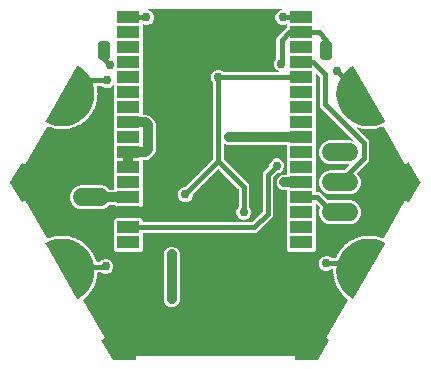
<source format=gbr>
G04 EAGLE Gerber RS-274X export*
G75*
%MOMM*%
%FSLAX34Y34*%
%LPD*%
%INTop Copper*%
%IPPOS*%
%AMOC8*
5,1,8,0,0,1.08239X$1,22.5*%
G01*
%ADD10R,1.899919X1.070103*%
%ADD11C,1.000000*%
%ADD12C,0.499997*%
%ADD13C,1.524000*%
%ADD14C,0.812800*%
%ADD15C,0.756400*%
%ADD16C,0.406400*%

G36*
X279138Y196216D02*
X279138Y196216D01*
X279166Y196214D01*
X279234Y196236D01*
X279305Y196250D01*
X279328Y196266D01*
X279355Y196275D01*
X279410Y196322D01*
X279469Y196363D01*
X279484Y196387D01*
X279506Y196405D01*
X279537Y196470D01*
X279576Y196530D01*
X279581Y196558D01*
X279593Y196584D01*
X279602Y196685D01*
X279609Y196727D01*
X279607Y196737D01*
X279608Y196750D01*
X279369Y199751D01*
X414051Y199751D01*
X413812Y196750D01*
X413816Y196721D01*
X413811Y196693D01*
X413828Y196624D01*
X413836Y196552D01*
X413851Y196528D01*
X413857Y196500D01*
X413900Y196442D01*
X413936Y196380D01*
X413958Y196363D01*
X413975Y196340D01*
X414037Y196303D01*
X414094Y196260D01*
X414122Y196253D01*
X414146Y196238D01*
X414246Y196222D01*
X414287Y196211D01*
X414297Y196213D01*
X414310Y196211D01*
X433310Y196211D01*
X433386Y196226D01*
X433464Y196235D01*
X433483Y196246D01*
X433505Y196250D01*
X433569Y196294D01*
X433637Y196333D01*
X433653Y196352D01*
X433669Y196363D01*
X433693Y196401D01*
X433743Y196461D01*
X443243Y212961D01*
X443252Y212988D01*
X443268Y213012D01*
X443283Y213082D01*
X443306Y213150D01*
X443303Y213178D01*
X443309Y213206D01*
X443296Y213277D01*
X443290Y213348D01*
X443277Y213373D01*
X443271Y213401D01*
X443231Y213461D01*
X443198Y213524D01*
X443176Y213542D01*
X443160Y213566D01*
X443077Y213624D01*
X443045Y213651D01*
X443034Y213654D01*
X443024Y213661D01*
X440323Y214939D01*
X458747Y246850D01*
X458762Y246897D01*
X458787Y246940D01*
X458794Y246991D01*
X458811Y247040D01*
X458807Y247090D01*
X458813Y247139D01*
X458800Y247189D01*
X458796Y247240D01*
X458774Y247284D01*
X458761Y247332D01*
X458726Y247378D01*
X458705Y247419D01*
X458678Y247442D01*
X458652Y247476D01*
X457901Y248173D01*
X457871Y248191D01*
X457841Y248220D01*
X457020Y248780D01*
X457003Y248870D01*
X456977Y248935D01*
X456958Y249004D01*
X456938Y249030D01*
X456928Y249056D01*
X456891Y249092D01*
X456850Y249148D01*
X455601Y250305D01*
X455541Y250342D01*
X455485Y250386D01*
X455454Y250395D01*
X455430Y250410D01*
X455379Y250418D01*
X455313Y250437D01*
X455221Y250448D01*
X454602Y251224D01*
X454575Y251247D01*
X454550Y251280D01*
X453821Y251956D01*
X453818Y252047D01*
X453801Y252116D01*
X453793Y252186D01*
X453778Y252215D01*
X453771Y252242D01*
X453740Y252284D01*
X453708Y252345D01*
X452645Y253676D01*
X452591Y253721D01*
X452543Y253772D01*
X452513Y253786D01*
X452492Y253804D01*
X452443Y253820D01*
X452380Y253849D01*
X452291Y253873D01*
X451794Y254733D01*
X451771Y254759D01*
X451751Y254796D01*
X451132Y255573D01*
X451142Y255664D01*
X451136Y255734D01*
X451138Y255805D01*
X451127Y255836D01*
X451125Y255864D01*
X451101Y255909D01*
X451077Y255974D01*
X450225Y257449D01*
X450179Y257502D01*
X450139Y257560D01*
X450111Y257578D01*
X450093Y257599D01*
X450046Y257621D01*
X449989Y257660D01*
X449904Y257697D01*
X449541Y258622D01*
X449522Y258651D01*
X449508Y258690D01*
X449011Y259550D01*
X449035Y259639D01*
X449039Y259709D01*
X449052Y259779D01*
X449046Y259811D01*
X449047Y259839D01*
X449031Y259888D01*
X449017Y259956D01*
X448394Y261540D01*
X448356Y261600D01*
X448325Y261663D01*
X448301Y261685D01*
X448286Y261709D01*
X448243Y261738D01*
X448192Y261785D01*
X448114Y261834D01*
X447893Y262802D01*
X447878Y262834D01*
X447870Y262874D01*
X447507Y263799D01*
X447544Y263884D01*
X447559Y263953D01*
X447582Y264020D01*
X447580Y264052D01*
X447586Y264080D01*
X447577Y264130D01*
X447573Y264199D01*
X447194Y265859D01*
X447165Y265924D01*
X447144Y265991D01*
X447123Y266017D01*
X447112Y266042D01*
X447074Y266077D01*
X447030Y266131D01*
X446960Y266191D01*
X446886Y267182D01*
X446876Y267215D01*
X446875Y267257D01*
X446653Y268225D01*
X446702Y268303D01*
X446727Y268369D01*
X446760Y268432D01*
X446763Y268464D01*
X446773Y268491D01*
X446771Y268542D01*
X446778Y268611D01*
X446650Y270309D01*
X446631Y270377D01*
X446620Y270447D01*
X446604Y270475D01*
X446596Y270502D01*
X446564Y270542D01*
X446529Y270602D01*
X446469Y270672D01*
X446543Y271663D01*
X446539Y271697D01*
X446543Y271738D01*
X446468Y272734D01*
X446501Y272793D01*
X446547Y272863D01*
X446550Y272879D01*
X446558Y272894D01*
X446568Y272977D01*
X446582Y273060D01*
X446579Y273077D01*
X446581Y273093D01*
X446557Y273174D01*
X446539Y273256D01*
X446529Y273270D01*
X446525Y273286D01*
X446472Y273351D01*
X446423Y273419D01*
X446409Y273428D01*
X446398Y273441D01*
X446324Y273481D01*
X446253Y273525D01*
X446235Y273528D01*
X446222Y273536D01*
X446166Y273541D01*
X446075Y273557D01*
X445269Y273557D01*
X445261Y273556D01*
X445254Y273557D01*
X445164Y273536D01*
X445073Y273518D01*
X445066Y273513D01*
X445058Y273511D01*
X444910Y273409D01*
X444272Y272770D01*
X444236Y272755D01*
X443012Y272248D01*
X443011Y272248D01*
X441948Y271807D01*
X439432Y271807D01*
X437108Y272770D01*
X435330Y274548D01*
X434367Y276872D01*
X434367Y279388D01*
X435330Y281712D01*
X437108Y283490D01*
X438324Y283994D01*
X438325Y283994D01*
X439432Y284453D01*
X441948Y284453D01*
X444272Y283490D01*
X444910Y282851D01*
X444917Y282847D01*
X444922Y282841D01*
X445000Y282792D01*
X445077Y282740D01*
X445085Y282739D01*
X445092Y282735D01*
X445269Y282703D01*
X448372Y282703D01*
X448383Y282705D01*
X448394Y282703D01*
X448481Y282725D01*
X448568Y282742D01*
X448578Y282749D01*
X448589Y282752D01*
X448660Y282805D01*
X448734Y282855D01*
X448740Y282865D01*
X448750Y282871D01*
X448836Y283012D01*
X448843Y283023D01*
X448844Y283024D01*
X448844Y283025D01*
X449009Y283447D01*
X449022Y283516D01*
X449042Y283584D01*
X449039Y283616D01*
X449044Y283644D01*
X449033Y283694D01*
X449027Y283763D01*
X449003Y283852D01*
X449500Y284713D01*
X449511Y284746D01*
X449533Y284781D01*
X449895Y285706D01*
X449980Y285743D01*
X450038Y285783D01*
X450100Y285817D01*
X450121Y285842D01*
X450144Y285858D01*
X450171Y285902D01*
X450216Y285954D01*
X451067Y287429D01*
X451089Y287496D01*
X451120Y287560D01*
X451122Y287593D01*
X451131Y287619D01*
X451127Y287671D01*
X451132Y287740D01*
X451121Y287831D01*
X451741Y288608D01*
X451756Y288639D01*
X451783Y288671D01*
X452280Y289531D01*
X452369Y289555D01*
X452396Y289569D01*
X452419Y289574D01*
X452445Y289591D01*
X452498Y289610D01*
X452523Y289632D01*
X452548Y289644D01*
X452582Y289684D01*
X452634Y289729D01*
X453695Y291061D01*
X453727Y291123D01*
X453767Y291182D01*
X453774Y291214D01*
X453787Y291239D01*
X453791Y291290D01*
X453805Y291358D01*
X453809Y291450D01*
X454537Y292126D01*
X454557Y292154D01*
X454589Y292182D01*
X455208Y292959D01*
X455299Y292969D01*
X455366Y292991D01*
X455436Y293004D01*
X455463Y293022D01*
X455490Y293030D01*
X455529Y293064D01*
X455587Y293101D01*
X456835Y294260D01*
X456876Y294317D01*
X456924Y294369D01*
X456936Y294400D01*
X456952Y294422D01*
X456964Y294473D01*
X456988Y294537D01*
X457006Y294628D01*
X457826Y295188D01*
X457851Y295213D01*
X457886Y295235D01*
X458614Y295911D01*
X458706Y295908D01*
X458775Y295919D01*
X458846Y295922D01*
X458876Y295935D01*
X458904Y295940D01*
X458947Y295967D01*
X459010Y295996D01*
X460417Y296955D01*
X460466Y297006D01*
X460521Y297050D01*
X460537Y297079D01*
X460557Y297099D01*
X460576Y297147D01*
X460610Y297207D01*
X460640Y297294D01*
X461535Y297725D01*
X461563Y297746D01*
X461601Y297763D01*
X462422Y298323D01*
X462512Y298306D01*
X462583Y298307D01*
X462653Y298299D01*
X462684Y298308D01*
X462713Y298308D01*
X462760Y298329D01*
X462827Y298347D01*
X464360Y299087D01*
X464417Y299129D01*
X464478Y299165D01*
X464498Y299191D01*
X464520Y299208D01*
X464546Y299252D01*
X464589Y299307D01*
X464632Y299388D01*
X465581Y299681D01*
X465611Y299698D01*
X465652Y299709D01*
X466547Y300140D01*
X466634Y300110D01*
X466703Y300100D01*
X466772Y300082D01*
X466804Y300086D01*
X466832Y300083D01*
X466882Y300096D01*
X466951Y300104D01*
X468577Y300607D01*
X468639Y300640D01*
X468705Y300666D01*
X468729Y300689D01*
X468753Y300702D01*
X468786Y300743D01*
X468836Y300790D01*
X468891Y300864D01*
X469873Y301013D01*
X469906Y301025D01*
X469947Y301030D01*
X470896Y301323D01*
X470978Y301280D01*
X471045Y301260D01*
X471110Y301232D01*
X471143Y301231D01*
X471170Y301223D01*
X471221Y301229D01*
X471290Y301227D01*
X472974Y301481D01*
X473040Y301505D01*
X473109Y301521D01*
X473136Y301540D01*
X473162Y301550D01*
X473200Y301585D01*
X473257Y301624D01*
X473322Y301689D01*
X474316Y301689D01*
X474350Y301696D01*
X474391Y301695D01*
X475374Y301844D01*
X475448Y301789D01*
X475512Y301759D01*
X475572Y301722D01*
X475604Y301716D01*
X475629Y301704D01*
X475681Y301702D01*
X475749Y301690D01*
X477452Y301690D01*
X477521Y301704D01*
X477591Y301710D01*
X477621Y301725D01*
X477648Y301730D01*
X477691Y301759D01*
X477753Y301790D01*
X477827Y301844D01*
X478809Y301697D01*
X478844Y301698D01*
X478885Y301691D01*
X479879Y301691D01*
X479944Y301626D01*
X480003Y301587D01*
X480056Y301541D01*
X480087Y301531D01*
X480111Y301515D01*
X480161Y301506D01*
X480227Y301483D01*
X481911Y301230D01*
X481981Y301234D01*
X482052Y301229D01*
X482083Y301239D01*
X482111Y301240D01*
X482157Y301262D01*
X482223Y301283D01*
X482305Y301326D01*
X483254Y301034D01*
X483289Y301030D01*
X483328Y301017D01*
X484311Y300869D01*
X484365Y300795D01*
X484418Y300748D01*
X484464Y300695D01*
X484493Y300680D01*
X484514Y300661D01*
X484563Y300643D01*
X484624Y300612D01*
X486251Y300110D01*
X486321Y300103D01*
X486390Y300088D01*
X486423Y300093D01*
X486451Y300090D01*
X486500Y300106D01*
X486568Y300116D01*
X486655Y300147D01*
X487550Y299716D01*
X487563Y299713D01*
X487566Y299711D01*
X487581Y299708D01*
X487584Y299707D01*
X487621Y299688D01*
X488619Y299381D01*
X488668Y299376D01*
X488715Y299361D01*
X488767Y299366D01*
X488818Y299361D01*
X488866Y299375D01*
X488915Y299380D01*
X488960Y299404D01*
X489010Y299420D01*
X489048Y299451D01*
X489091Y299474D01*
X489129Y299519D01*
X489164Y299548D01*
X489180Y299580D01*
X489208Y299612D01*
X507630Y331522D01*
X510126Y329799D01*
X510153Y329788D01*
X510175Y329769D01*
X510244Y329749D01*
X510309Y329721D01*
X510338Y329721D01*
X510366Y329713D01*
X510437Y329721D01*
X510508Y329721D01*
X510535Y329732D01*
X510564Y329735D01*
X510626Y329770D01*
X510691Y329798D01*
X510712Y329818D01*
X510737Y329833D01*
X510800Y329910D01*
X510830Y329940D01*
X510834Y329950D01*
X510843Y329961D01*
X520343Y346461D01*
X520353Y346493D01*
X520362Y346506D01*
X520366Y346530D01*
X520367Y346534D01*
X520398Y346604D01*
X520398Y346628D01*
X520406Y346650D01*
X520400Y346726D01*
X520401Y346803D01*
X520391Y346827D01*
X520390Y346848D01*
X520369Y346887D01*
X520343Y346959D01*
X510843Y363459D01*
X510824Y363481D01*
X510811Y363507D01*
X510758Y363555D01*
X510711Y363608D01*
X510685Y363621D01*
X510664Y363640D01*
X510596Y363663D01*
X510532Y363694D01*
X510503Y363696D01*
X510476Y363705D01*
X510404Y363700D01*
X510333Y363703D01*
X510306Y363693D01*
X510277Y363691D01*
X510187Y363649D01*
X510147Y363634D01*
X510139Y363627D01*
X510126Y363621D01*
X507630Y361898D01*
X489208Y393808D01*
X489175Y393845D01*
X489151Y393888D01*
X489109Y393919D01*
X489075Y393958D01*
X489031Y393980D01*
X488992Y394010D01*
X488941Y394023D01*
X488895Y394046D01*
X488846Y394048D01*
X488798Y394061D01*
X488740Y394054D01*
X488694Y394056D01*
X488661Y394044D01*
X488619Y394039D01*
X487621Y393732D01*
X487590Y393715D01*
X487550Y393704D01*
X486655Y393273D01*
X486568Y393304D01*
X486498Y393313D01*
X486430Y393331D01*
X486398Y393327D01*
X486370Y393331D01*
X486320Y393318D01*
X486251Y393310D01*
X484624Y392808D01*
X484562Y392775D01*
X484496Y392748D01*
X484473Y392726D01*
X484448Y392713D01*
X484416Y392672D01*
X484365Y392625D01*
X484311Y392551D01*
X483328Y392403D01*
X483295Y392391D01*
X483254Y392386D01*
X482305Y392094D01*
X482223Y392137D01*
X482156Y392157D01*
X482091Y392185D01*
X482058Y392186D01*
X482031Y392194D01*
X481980Y392188D01*
X481911Y392190D01*
X480227Y391937D01*
X480161Y391913D01*
X480092Y391897D01*
X480065Y391878D01*
X480039Y391868D01*
X480001Y391833D01*
X479944Y391794D01*
X479879Y391729D01*
X478885Y391729D01*
X478851Y391722D01*
X478809Y391723D01*
X477827Y391576D01*
X477753Y391630D01*
X477689Y391660D01*
X477629Y391697D01*
X477597Y391703D01*
X477571Y391715D01*
X477520Y391717D01*
X477452Y391730D01*
X475749Y391730D01*
X475680Y391716D01*
X475609Y391711D01*
X475580Y391696D01*
X475553Y391691D01*
X475510Y391662D01*
X475448Y391631D01*
X475374Y391576D01*
X474391Y391725D01*
X474356Y391723D01*
X474316Y391731D01*
X473322Y391731D01*
X473257Y391796D01*
X473198Y391835D01*
X473145Y391881D01*
X473113Y391891D01*
X473090Y391907D01*
X473039Y391917D01*
X472974Y391939D01*
X471290Y392193D01*
X471220Y392190D01*
X471149Y392195D01*
X471118Y392185D01*
X471090Y392183D01*
X471044Y392161D01*
X470978Y392140D01*
X470896Y392097D01*
X469947Y392390D01*
X469912Y392394D01*
X469873Y392407D01*
X468891Y392556D01*
X468836Y392630D01*
X468784Y392677D01*
X468737Y392731D01*
X468708Y392746D01*
X468688Y392764D01*
X468639Y392782D01*
X468577Y392813D01*
X466951Y393316D01*
X466880Y393323D01*
X466811Y393338D01*
X466779Y393333D01*
X466751Y393336D01*
X466702Y393321D01*
X466633Y393310D01*
X466428Y393238D01*
X466412Y393229D01*
X466394Y393225D01*
X466326Y393178D01*
X466255Y393136D01*
X466244Y393121D01*
X466229Y393110D01*
X466185Y393041D01*
X466136Y392975D01*
X466131Y392957D01*
X466122Y392941D01*
X466108Y392860D01*
X466088Y392780D01*
X466091Y392762D01*
X466088Y392744D01*
X466107Y392663D01*
X466120Y392582D01*
X466129Y392566D01*
X466134Y392548D01*
X466199Y392454D01*
X466225Y392412D01*
X466232Y392407D01*
X466236Y392400D01*
X477013Y381624D01*
X477013Y365136D01*
X474186Y362309D01*
X466707Y354830D01*
X466704Y354826D01*
X466700Y354823D01*
X466648Y354742D01*
X466596Y354663D01*
X466595Y354658D01*
X466592Y354653D01*
X466576Y354560D01*
X466558Y354466D01*
X466559Y354461D01*
X466558Y354456D01*
X466580Y354363D01*
X466600Y354270D01*
X466603Y354266D01*
X466604Y354261D01*
X466707Y354113D01*
X468354Y352466D01*
X469901Y348731D01*
X469901Y344689D01*
X468354Y340954D01*
X465496Y338096D01*
X464499Y337683D01*
X464498Y337683D01*
X463274Y337176D01*
X462049Y336669D01*
X461761Y336549D01*
X442479Y336549D01*
X438744Y338096D01*
X435886Y340954D01*
X434339Y344689D01*
X434339Y348731D01*
X435886Y352466D01*
X438744Y355324D01*
X439208Y355516D01*
X439209Y355516D01*
X440433Y356023D01*
X441658Y356531D01*
X442479Y356871D01*
X455604Y356871D01*
X455612Y356872D01*
X455619Y356871D01*
X455709Y356892D01*
X455800Y356910D01*
X455807Y356915D01*
X455815Y356917D01*
X455963Y357019D01*
X460027Y361083D01*
X460028Y361086D01*
X460030Y361087D01*
X460083Y361168D01*
X460137Y361250D01*
X460138Y361253D01*
X460139Y361255D01*
X460157Y361351D01*
X460175Y361447D01*
X460175Y361450D01*
X460175Y361452D01*
X460154Y361549D01*
X460133Y361643D01*
X460132Y361645D01*
X460131Y361648D01*
X460075Y361728D01*
X460019Y361808D01*
X460017Y361809D01*
X460015Y361811D01*
X459933Y361863D01*
X459850Y361915D01*
X459847Y361916D01*
X459845Y361917D01*
X459668Y361949D01*
X442479Y361949D01*
X438744Y363496D01*
X435886Y366354D01*
X434339Y370089D01*
X434339Y374131D01*
X435886Y377866D01*
X438744Y380724D01*
X439118Y380879D01*
X440342Y381386D01*
X440343Y381386D01*
X441567Y381893D01*
X442479Y382271D01*
X461761Y382271D01*
X462258Y382065D01*
X462260Y382065D01*
X462261Y382064D01*
X462358Y382045D01*
X462455Y382026D01*
X462456Y382026D01*
X462458Y382026D01*
X462552Y382046D01*
X462651Y382067D01*
X462652Y382068D01*
X462654Y382068D01*
X462736Y382125D01*
X462817Y382180D01*
X462817Y382181D01*
X462818Y382182D01*
X462873Y382268D01*
X462925Y382349D01*
X462925Y382350D01*
X462926Y382351D01*
X462942Y382448D01*
X462960Y382546D01*
X462959Y382548D01*
X462959Y382549D01*
X462937Y382644D01*
X462915Y382742D01*
X462914Y382743D01*
X462914Y382744D01*
X462811Y382892D01*
X437674Y408029D01*
X434847Y410856D01*
X434847Y436046D01*
X434846Y436054D01*
X434847Y436061D01*
X434826Y436151D01*
X434808Y436242D01*
X434803Y436249D01*
X434801Y436256D01*
X434699Y436404D01*
X432357Y438746D01*
X432355Y438748D01*
X432353Y438750D01*
X432272Y438803D01*
X432190Y438857D01*
X432187Y438858D01*
X432185Y438859D01*
X432089Y438877D01*
X431993Y438895D01*
X431990Y438894D01*
X431988Y438895D01*
X431891Y438873D01*
X431797Y438853D01*
X431795Y438852D01*
X431792Y438851D01*
X431712Y438795D01*
X431632Y438739D01*
X431631Y438737D01*
X431629Y438735D01*
X431577Y438653D01*
X431525Y438570D01*
X431524Y438567D01*
X431523Y438565D01*
X431491Y438388D01*
X431491Y339090D01*
X431492Y339085D01*
X431491Y339080D01*
X431512Y338987D01*
X431530Y338893D01*
X431533Y338889D01*
X431535Y338884D01*
X431590Y338806D01*
X431643Y338728D01*
X431647Y338725D01*
X431651Y338721D01*
X431732Y338670D01*
X431811Y338618D01*
X431816Y338618D01*
X431821Y338615D01*
X431998Y338583D01*
X434964Y338583D01*
X441954Y331592D01*
X441960Y331589D01*
X441964Y331583D01*
X442043Y331533D01*
X442121Y331481D01*
X442128Y331480D01*
X442133Y331477D01*
X442227Y331461D01*
X442318Y331444D01*
X442325Y331445D01*
X442331Y331444D01*
X442453Y331471D01*
X461761Y331471D01*
X465496Y329924D01*
X468354Y327066D01*
X469901Y323331D01*
X469901Y319289D01*
X468354Y315554D01*
X465496Y312696D01*
X464589Y312321D01*
X463365Y311813D01*
X463364Y311813D01*
X462140Y311306D01*
X461761Y311149D01*
X442479Y311149D01*
X438744Y312696D01*
X435886Y315554D01*
X434339Y319289D01*
X434339Y323331D01*
X435071Y325099D01*
X435073Y325105D01*
X435076Y325111D01*
X435092Y325204D01*
X435110Y325296D01*
X435109Y325302D01*
X435110Y325308D01*
X435089Y325400D01*
X435069Y325492D01*
X435066Y325497D01*
X435064Y325504D01*
X434962Y325652D01*
X432357Y328256D01*
X432355Y328258D01*
X432353Y328260D01*
X432272Y328313D01*
X432190Y328367D01*
X432187Y328368D01*
X432185Y328369D01*
X432089Y328387D01*
X431993Y328405D01*
X431990Y328404D01*
X431988Y328405D01*
X431891Y328383D01*
X431797Y328363D01*
X431795Y328362D01*
X431792Y328361D01*
X431712Y328305D01*
X431632Y328249D01*
X431631Y328247D01*
X431629Y328245D01*
X431576Y328161D01*
X431525Y328080D01*
X431524Y328077D01*
X431523Y328075D01*
X431491Y327898D01*
X431491Y289507D01*
X430002Y288019D01*
X408899Y288019D01*
X407410Y289507D01*
X407410Y339598D01*
X407409Y339603D01*
X407410Y339608D01*
X407389Y339701D01*
X407371Y339795D01*
X407368Y339799D01*
X407366Y339804D01*
X407311Y339882D01*
X407258Y339960D01*
X407254Y339963D01*
X407250Y339967D01*
X407169Y340018D01*
X407090Y340070D01*
X407085Y340070D01*
X407080Y340073D01*
X406903Y340105D01*
X403816Y340105D01*
X401389Y341111D01*
X399531Y342969D01*
X398525Y345396D01*
X398525Y348024D01*
X399531Y350451D01*
X401389Y352309D01*
X401783Y352473D01*
X403008Y352980D01*
X403816Y353315D01*
X406903Y353315D01*
X406908Y353316D01*
X406913Y353315D01*
X407006Y353336D01*
X407099Y353354D01*
X407104Y353357D01*
X407109Y353358D01*
X407187Y353414D01*
X407265Y353467D01*
X407268Y353471D01*
X407272Y353474D01*
X407323Y353556D01*
X407374Y353635D01*
X407375Y353640D01*
X407378Y353645D01*
X407410Y353822D01*
X407410Y377698D01*
X407409Y377703D01*
X407410Y377708D01*
X407389Y377801D01*
X407371Y377895D01*
X407368Y377899D01*
X407366Y377904D01*
X407311Y377982D01*
X407258Y378060D01*
X407254Y378063D01*
X407250Y378067D01*
X407169Y378118D01*
X407090Y378170D01*
X407085Y378170D01*
X407080Y378173D01*
X406903Y378205D01*
X356826Y378205D01*
X354524Y379159D01*
X354520Y379160D01*
X354517Y379162D01*
X354422Y379179D01*
X354327Y379197D01*
X354324Y379197D01*
X354320Y379197D01*
X354225Y379176D01*
X354131Y379157D01*
X354128Y379155D01*
X354124Y379154D01*
X354045Y379098D01*
X353966Y379043D01*
X353964Y379040D01*
X353961Y379038D01*
X353910Y378956D01*
X353857Y378875D01*
X353857Y378871D01*
X353855Y378868D01*
X353823Y378690D01*
X353823Y366594D01*
X353824Y366586D01*
X353823Y366579D01*
X353844Y366489D01*
X353862Y366398D01*
X353867Y366391D01*
X353869Y366384D01*
X353971Y366236D01*
X375413Y344794D01*
X375413Y325889D01*
X375414Y325881D01*
X375413Y325874D01*
X375434Y325784D01*
X375452Y325693D01*
X375457Y325686D01*
X375459Y325678D01*
X375561Y325530D01*
X376200Y324892D01*
X377163Y322568D01*
X377163Y320052D01*
X376200Y317728D01*
X374422Y315950D01*
X374232Y315871D01*
X373008Y315364D01*
X373007Y315364D01*
X372098Y314987D01*
X369582Y314987D01*
X367258Y315950D01*
X365480Y317728D01*
X364517Y320052D01*
X364517Y322568D01*
X365480Y324892D01*
X366119Y325530D01*
X366123Y325537D01*
X366129Y325542D01*
X366178Y325620D01*
X366230Y325697D01*
X366231Y325705D01*
X366235Y325712D01*
X366267Y325889D01*
X366267Y340796D01*
X366266Y340804D01*
X366267Y340811D01*
X366246Y340901D01*
X366228Y340992D01*
X366223Y340999D01*
X366221Y341006D01*
X366119Y341154D01*
X349609Y357665D01*
X349604Y357667D01*
X349601Y357672D01*
X349521Y357723D01*
X349442Y357775D01*
X349437Y357776D01*
X349432Y357779D01*
X349338Y357795D01*
X349245Y357813D01*
X349240Y357812D01*
X349235Y357813D01*
X349142Y357791D01*
X349049Y357771D01*
X349044Y357768D01*
X349039Y357767D01*
X348891Y357665D01*
X327781Y336554D01*
X327777Y336548D01*
X327771Y336543D01*
X327722Y336465D01*
X327670Y336388D01*
X327669Y336380D01*
X327665Y336373D01*
X327633Y336196D01*
X327633Y335292D01*
X326670Y332968D01*
X324892Y331190D01*
X324648Y331089D01*
X323423Y330582D01*
X322568Y330227D01*
X320052Y330227D01*
X317728Y331190D01*
X315950Y332968D01*
X314987Y335292D01*
X314987Y337808D01*
X315950Y340132D01*
X317728Y341910D01*
X318736Y342328D01*
X319961Y342835D01*
X320052Y342873D01*
X320956Y342873D01*
X320964Y342874D01*
X320971Y342873D01*
X321061Y342894D01*
X321152Y342912D01*
X321159Y342917D01*
X321166Y342919D01*
X321314Y343021D01*
X344529Y366236D01*
X344533Y366242D01*
X344539Y366247D01*
X344588Y366325D01*
X344640Y366402D01*
X344641Y366410D01*
X344645Y366417D01*
X344677Y366594D01*
X344677Y431031D01*
X344676Y431039D01*
X344677Y431046D01*
X344656Y431136D01*
X344638Y431227D01*
X344633Y431234D01*
X344631Y431242D01*
X344529Y431390D01*
X343890Y432028D01*
X342927Y434352D01*
X342927Y436868D01*
X343890Y439192D01*
X345668Y440970D01*
X346323Y441241D01*
X347548Y441749D01*
X347992Y441933D01*
X350508Y441933D01*
X352832Y440970D01*
X353470Y440331D01*
X353474Y440329D01*
X353477Y440325D01*
X353479Y440324D01*
X353482Y440321D01*
X353560Y440272D01*
X353637Y440220D01*
X353645Y440219D01*
X353652Y440215D01*
X353829Y440183D01*
X400073Y440183D01*
X400074Y440183D01*
X400075Y440183D01*
X400171Y440202D01*
X400269Y440222D01*
X400270Y440223D01*
X400272Y440223D01*
X400352Y440279D01*
X400435Y440335D01*
X400436Y440336D01*
X400437Y440337D01*
X400492Y440422D01*
X400544Y440503D01*
X400545Y440504D01*
X400545Y440505D01*
X400563Y440604D01*
X400580Y440700D01*
X400580Y440702D01*
X400580Y440703D01*
X400558Y440799D01*
X400536Y440896D01*
X400536Y440897D01*
X400535Y440898D01*
X400477Y440979D01*
X400420Y441059D01*
X400419Y441060D01*
X400418Y441061D01*
X400267Y441159D01*
X399008Y441680D01*
X397230Y443458D01*
X396267Y445782D01*
X396267Y448298D01*
X397230Y450622D01*
X398219Y451611D01*
X398224Y451617D01*
X398230Y451622D01*
X398279Y451700D01*
X398330Y451778D01*
X398332Y451786D01*
X398336Y451792D01*
X398368Y451970D01*
X398368Y469254D01*
X401195Y472081D01*
X407262Y478148D01*
X407266Y478154D01*
X407272Y478159D01*
X407321Y478238D01*
X407373Y478315D01*
X407374Y478323D01*
X407378Y478329D01*
X407410Y478507D01*
X407410Y480278D01*
X407409Y480282D01*
X407410Y480285D01*
X407390Y480379D01*
X407371Y480474D01*
X407368Y480477D01*
X407368Y480481D01*
X407312Y480560D01*
X407258Y480640D01*
X407255Y480642D01*
X407252Y480645D01*
X407170Y480697D01*
X407090Y480749D01*
X407086Y480750D01*
X407083Y480752D01*
X406987Y480768D01*
X406893Y480785D01*
X406889Y480784D01*
X406885Y480785D01*
X406709Y480746D01*
X406664Y480728D01*
X405439Y480220D01*
X405118Y480087D01*
X402602Y480087D01*
X400278Y481050D01*
X398500Y482828D01*
X397537Y485152D01*
X397537Y487668D01*
X398500Y489992D01*
X400278Y491770D01*
X400752Y491966D01*
X401977Y492474D01*
X402507Y492693D01*
X402508Y492694D01*
X402510Y492694D01*
X402593Y492751D01*
X402674Y492805D01*
X402674Y492806D01*
X402676Y492807D01*
X402728Y492888D01*
X402784Y492973D01*
X402784Y492974D01*
X402785Y492975D01*
X402802Y493072D01*
X402820Y493170D01*
X402820Y493171D01*
X402820Y493172D01*
X402799Y493271D01*
X402778Y493366D01*
X402777Y493367D01*
X402777Y493368D01*
X402720Y493448D01*
X402663Y493530D01*
X402662Y493530D01*
X402661Y493531D01*
X402576Y493584D01*
X402493Y493636D01*
X402492Y493637D01*
X402491Y493637D01*
X402313Y493669D01*
X289837Y493669D01*
X289835Y493669D01*
X289834Y493669D01*
X289739Y493650D01*
X289640Y493630D01*
X289639Y493629D01*
X289638Y493629D01*
X289557Y493573D01*
X289474Y493517D01*
X289474Y493516D01*
X289473Y493515D01*
X289418Y493430D01*
X289365Y493349D01*
X289365Y493348D01*
X289364Y493347D01*
X289347Y493248D01*
X289330Y493152D01*
X289330Y493150D01*
X289330Y493149D01*
X289352Y493053D01*
X289373Y492956D01*
X289374Y492955D01*
X289374Y492954D01*
X289432Y492873D01*
X289489Y492793D01*
X289490Y492792D01*
X289491Y492791D01*
X289643Y492693D01*
X291872Y491770D01*
X293650Y489992D01*
X294613Y487668D01*
X294613Y485152D01*
X293650Y482828D01*
X291872Y481050D01*
X291094Y480728D01*
X289869Y480220D01*
X289548Y480087D01*
X287032Y480087D01*
X285792Y480601D01*
X285788Y480602D01*
X285785Y480604D01*
X285690Y480621D01*
X285595Y480640D01*
X285591Y480639D01*
X285587Y480640D01*
X285493Y480619D01*
X285399Y480599D01*
X285395Y480597D01*
X285392Y480596D01*
X285313Y480541D01*
X285233Y480486D01*
X285231Y480482D01*
X285228Y480480D01*
X285177Y480399D01*
X285125Y480317D01*
X285124Y480313D01*
X285122Y480310D01*
X285090Y480133D01*
X285090Y404622D01*
X285091Y404617D01*
X285090Y404612D01*
X285111Y404519D01*
X285130Y404425D01*
X285133Y404421D01*
X285134Y404416D01*
X285189Y404338D01*
X285243Y404260D01*
X285247Y404257D01*
X285250Y404253D01*
X285331Y404202D01*
X285411Y404150D01*
X285416Y404150D01*
X285420Y404147D01*
X285598Y404115D01*
X288334Y404115D01*
X290761Y403109D01*
X292691Y401180D01*
X293230Y400641D01*
X295159Y398711D01*
X296165Y396284D01*
X296165Y373336D01*
X295159Y370909D01*
X293230Y368979D01*
X292691Y368440D01*
X290761Y366511D01*
X289743Y366089D01*
X288519Y365582D01*
X288334Y365505D01*
X285598Y365505D01*
X285592Y365504D01*
X285587Y365505D01*
X285494Y365484D01*
X285401Y365466D01*
X285397Y365463D01*
X285392Y365462D01*
X285314Y365406D01*
X285235Y365353D01*
X285232Y365349D01*
X285228Y365346D01*
X285178Y365264D01*
X285126Y365185D01*
X285125Y365180D01*
X285122Y365175D01*
X285090Y364998D01*
X285090Y327607D01*
X283602Y326119D01*
X262498Y326119D01*
X261360Y327257D01*
X261354Y327261D01*
X261349Y327267D01*
X261270Y327316D01*
X261193Y327368D01*
X261185Y327369D01*
X261179Y327373D01*
X261001Y327405D01*
X256895Y327405D01*
X256887Y327404D01*
X256879Y327405D01*
X256789Y327384D01*
X256698Y327366D01*
X256692Y327361D01*
X256684Y327359D01*
X256536Y327257D01*
X254676Y325396D01*
X253724Y325002D01*
X252499Y324495D01*
X251275Y323987D01*
X251274Y323987D01*
X250941Y323849D01*
X231659Y323849D01*
X227924Y325396D01*
X225066Y328254D01*
X223519Y331989D01*
X223519Y336031D01*
X225066Y339766D01*
X227924Y342624D01*
X228434Y342835D01*
X229658Y343342D01*
X230883Y343849D01*
X231659Y344171D01*
X250941Y344171D01*
X254676Y342624D01*
X256536Y340763D01*
X256543Y340759D01*
X256547Y340753D01*
X256626Y340704D01*
X256703Y340652D01*
X256711Y340651D01*
X256718Y340647D01*
X256895Y340615D01*
X260502Y340615D01*
X260508Y340616D01*
X260513Y340615D01*
X260606Y340636D01*
X260699Y340654D01*
X260703Y340657D01*
X260708Y340658D01*
X260786Y340714D01*
X260865Y340767D01*
X260868Y340771D01*
X260872Y340774D01*
X260922Y340856D01*
X260974Y340935D01*
X260975Y340940D01*
X260978Y340945D01*
X261010Y341122D01*
X261010Y428643D01*
X261009Y428646D01*
X261010Y428649D01*
X260990Y428743D01*
X260970Y428840D01*
X260969Y428842D01*
X260968Y428845D01*
X260912Y428925D01*
X260857Y429006D01*
X260855Y429007D01*
X260854Y429009D01*
X260770Y429063D01*
X260689Y429115D01*
X260687Y429115D01*
X260685Y429117D01*
X260588Y429133D01*
X260492Y429151D01*
X260489Y429150D01*
X260487Y429150D01*
X260393Y429128D01*
X260296Y429107D01*
X260294Y429105D01*
X260292Y429105D01*
X260144Y429002D01*
X258852Y427710D01*
X258264Y427466D01*
X257039Y426959D01*
X256528Y426747D01*
X254012Y426747D01*
X251688Y427710D01*
X251050Y428349D01*
X251043Y428353D01*
X251038Y428359D01*
X250960Y428408D01*
X250883Y428460D01*
X250875Y428461D01*
X250868Y428465D01*
X250691Y428497D01*
X246648Y428497D01*
X246587Y428485D01*
X246525Y428482D01*
X246490Y428465D01*
X246452Y428458D01*
X246400Y428423D01*
X246344Y428396D01*
X246318Y428367D01*
X246286Y428345D01*
X246252Y428293D01*
X246211Y428247D01*
X246198Y428210D01*
X246177Y428177D01*
X246166Y428116D01*
X246145Y428057D01*
X246147Y428015D01*
X246141Y427980D01*
X246151Y427935D01*
X246154Y427877D01*
X246226Y427561D01*
X246255Y427496D01*
X246276Y427429D01*
X246297Y427403D01*
X246308Y427378D01*
X246346Y427343D01*
X246390Y427289D01*
X246460Y427229D01*
X246534Y426238D01*
X246544Y426205D01*
X246545Y426163D01*
X246767Y425195D01*
X246718Y425117D01*
X246693Y425051D01*
X246660Y424988D01*
X246657Y424956D01*
X246647Y424929D01*
X246649Y424878D01*
X246642Y424809D01*
X246770Y423111D01*
X246789Y423043D01*
X246800Y422973D01*
X246816Y422945D01*
X246824Y422918D01*
X246856Y422878D01*
X246891Y422818D01*
X246951Y422748D01*
X246877Y421757D01*
X246881Y421723D01*
X246877Y421682D01*
X246952Y420691D01*
X246892Y420621D01*
X246857Y420560D01*
X246816Y420503D01*
X246807Y420471D01*
X246794Y420446D01*
X246788Y420395D01*
X246770Y420328D01*
X246644Y418630D01*
X246652Y418560D01*
X246653Y418490D01*
X246665Y418459D01*
X246669Y418431D01*
X246694Y418387D01*
X246720Y418322D01*
X246769Y418245D01*
X246548Y417276D01*
X246547Y417241D01*
X246537Y417201D01*
X246463Y416210D01*
X246393Y416150D01*
X246350Y416094D01*
X246300Y416044D01*
X246288Y416014D01*
X246270Y415992D01*
X246257Y415942D01*
X246230Y415878D01*
X245851Y414218D01*
X245850Y414148D01*
X245840Y414078D01*
X245847Y414046D01*
X245846Y414018D01*
X245865Y413970D01*
X245881Y413902D01*
X245918Y413818D01*
X245555Y412893D01*
X245549Y412859D01*
X245533Y412821D01*
X245312Y411852D01*
X245234Y411803D01*
X245183Y411754D01*
X245127Y411712D01*
X245109Y411684D01*
X245089Y411665D01*
X245068Y411617D01*
X245032Y411559D01*
X244410Y409973D01*
X244398Y409904D01*
X244378Y409836D01*
X244381Y409804D01*
X244376Y409776D01*
X244387Y409726D01*
X244393Y409657D01*
X244417Y409568D01*
X243920Y408707D01*
X243909Y408674D01*
X243887Y408639D01*
X243525Y407714D01*
X243440Y407677D01*
X243382Y407637D01*
X243320Y407603D01*
X243299Y407578D01*
X243276Y407562D01*
X243249Y407519D01*
X243204Y407466D01*
X242353Y405991D01*
X242330Y405924D01*
X242300Y405860D01*
X242298Y405827D01*
X242289Y405801D01*
X242293Y405749D01*
X242288Y405680D01*
X242299Y405589D01*
X241679Y404812D01*
X241664Y404781D01*
X241637Y404749D01*
X241140Y403889D01*
X241051Y403865D01*
X240988Y403833D01*
X240922Y403810D01*
X240897Y403788D01*
X240872Y403776D01*
X240838Y403736D01*
X240786Y403691D01*
X239725Y402359D01*
X239693Y402297D01*
X239653Y402238D01*
X239646Y402206D01*
X239633Y402181D01*
X239629Y402130D01*
X239615Y402062D01*
X239611Y401970D01*
X238883Y401294D01*
X238863Y401266D01*
X238831Y401238D01*
X238212Y400461D01*
X238121Y400451D01*
X238054Y400429D01*
X237984Y400416D01*
X237957Y400398D01*
X237930Y400390D01*
X237891Y400356D01*
X237833Y400319D01*
X236585Y399160D01*
X236544Y399103D01*
X236496Y399051D01*
X236484Y399020D01*
X236468Y398998D01*
X236456Y398947D01*
X236432Y398883D01*
X236414Y398792D01*
X235594Y398232D01*
X235569Y398207D01*
X235534Y398185D01*
X234806Y397509D01*
X234714Y397512D01*
X234645Y397501D01*
X234574Y397498D01*
X234544Y397485D01*
X234517Y397480D01*
X234473Y397453D01*
X234410Y397424D01*
X233003Y396465D01*
X232968Y396429D01*
X232942Y396411D01*
X232933Y396398D01*
X232899Y396370D01*
X232883Y396341D01*
X232863Y396321D01*
X232844Y396273D01*
X232810Y396213D01*
X232780Y396126D01*
X231885Y395695D01*
X231857Y395674D01*
X231819Y395657D01*
X230998Y395097D01*
X230908Y395114D01*
X230837Y395113D01*
X230767Y395121D01*
X230736Y395112D01*
X230707Y395112D01*
X230660Y395091D01*
X230593Y395073D01*
X229060Y394333D01*
X229003Y394291D01*
X228942Y394255D01*
X228922Y394229D01*
X228900Y394212D01*
X228874Y394168D01*
X228831Y394113D01*
X228788Y394032D01*
X227839Y393739D01*
X227809Y393722D01*
X227768Y393711D01*
X226873Y393280D01*
X226786Y393310D01*
X226717Y393320D01*
X226648Y393338D01*
X226616Y393334D01*
X226588Y393337D01*
X226538Y393324D01*
X226469Y393316D01*
X224843Y392813D01*
X224781Y392780D01*
X224715Y392754D01*
X224691Y392731D01*
X224667Y392718D01*
X224634Y392677D01*
X224584Y392630D01*
X224529Y392556D01*
X223547Y392407D01*
X223514Y392395D01*
X223473Y392390D01*
X222524Y392097D01*
X222442Y392140D01*
X222375Y392160D01*
X222310Y392188D01*
X222277Y392189D01*
X222250Y392197D01*
X222199Y392191D01*
X222130Y392193D01*
X220446Y391939D01*
X220380Y391915D01*
X220311Y391899D01*
X220284Y391880D01*
X220258Y391870D01*
X220220Y391835D01*
X220163Y391796D01*
X220098Y391731D01*
X219104Y391731D01*
X219070Y391724D01*
X219029Y391725D01*
X218046Y391576D01*
X217972Y391631D01*
X217908Y391661D01*
X217848Y391698D01*
X217816Y391704D01*
X217791Y391716D01*
X217739Y391718D01*
X217671Y391730D01*
X215968Y391730D01*
X215899Y391716D01*
X215829Y391710D01*
X215799Y391695D01*
X215772Y391690D01*
X215729Y391661D01*
X215667Y391630D01*
X215593Y391576D01*
X214611Y391723D01*
X214576Y391722D01*
X214535Y391729D01*
X213541Y391729D01*
X213476Y391794D01*
X213417Y391833D01*
X213364Y391879D01*
X213333Y391889D01*
X213309Y391905D01*
X213259Y391914D01*
X213193Y391937D01*
X211509Y392190D01*
X211439Y392186D01*
X211368Y392191D01*
X211337Y392181D01*
X211309Y392180D01*
X211263Y392158D01*
X211197Y392137D01*
X211115Y392094D01*
X210166Y392386D01*
X210131Y392390D01*
X210092Y392403D01*
X209109Y392551D01*
X209055Y392625D01*
X209002Y392672D01*
X208956Y392725D01*
X208927Y392740D01*
X208906Y392759D01*
X208857Y392777D01*
X208796Y392808D01*
X207169Y393310D01*
X207099Y393317D01*
X207030Y393332D01*
X206997Y393327D01*
X206969Y393330D01*
X206920Y393314D01*
X206852Y393304D01*
X206765Y393273D01*
X205870Y393704D01*
X205836Y393713D01*
X205799Y393732D01*
X204801Y394039D01*
X204752Y394044D01*
X204705Y394059D01*
X204653Y394054D01*
X204602Y394059D01*
X204554Y394045D01*
X204505Y394040D01*
X204460Y394016D01*
X204410Y394000D01*
X204372Y393969D01*
X204329Y393946D01*
X204291Y393901D01*
X204256Y393872D01*
X204240Y393840D01*
X204212Y393808D01*
X185790Y361898D01*
X183294Y363621D01*
X183267Y363632D01*
X183245Y363651D01*
X183176Y363671D01*
X183111Y363699D01*
X183082Y363699D01*
X183054Y363707D01*
X182983Y363699D01*
X182912Y363700D01*
X182885Y363688D01*
X182856Y363685D01*
X182794Y363650D01*
X182729Y363622D01*
X182708Y363602D01*
X182683Y363587D01*
X182620Y363510D01*
X182590Y363480D01*
X182586Y363470D01*
X182577Y363459D01*
X173077Y346959D01*
X173053Y346886D01*
X173022Y346816D01*
X173022Y346792D01*
X173014Y346770D01*
X173021Y346694D01*
X173020Y346617D01*
X173029Y346593D01*
X173030Y346572D01*
X173051Y346533D01*
X173070Y346481D01*
X173071Y346475D01*
X173073Y346473D01*
X173077Y346461D01*
X182577Y329961D01*
X182596Y329939D01*
X182609Y329913D01*
X182662Y329865D01*
X182709Y329812D01*
X182735Y329799D01*
X182757Y329780D01*
X182824Y329757D01*
X182888Y329726D01*
X182917Y329725D01*
X182944Y329715D01*
X183016Y329720D01*
X183087Y329717D01*
X183114Y329727D01*
X183143Y329729D01*
X183233Y329771D01*
X183273Y329786D01*
X183281Y329793D01*
X183294Y329799D01*
X185790Y331522D01*
X204212Y299612D01*
X204245Y299575D01*
X204269Y299532D01*
X204310Y299501D01*
X204345Y299462D01*
X204389Y299440D01*
X204428Y299410D01*
X204478Y299397D01*
X204525Y299374D01*
X204575Y299372D01*
X204622Y299359D01*
X204680Y299366D01*
X204726Y299364D01*
X204759Y299376D01*
X204801Y299381D01*
X205799Y299688D01*
X205830Y299705D01*
X205870Y299716D01*
X206765Y300147D01*
X206852Y300116D01*
X206922Y300107D01*
X206990Y300089D01*
X207022Y300093D01*
X207050Y300089D01*
X207100Y300102D01*
X207169Y300110D01*
X208796Y300612D01*
X208858Y300645D01*
X208924Y300672D01*
X208947Y300694D01*
X208972Y300707D01*
X209004Y300748D01*
X209055Y300795D01*
X209109Y300869D01*
X210092Y301017D01*
X210125Y301029D01*
X210166Y301034D01*
X211115Y301326D01*
X211197Y301283D01*
X211264Y301263D01*
X211329Y301235D01*
X211362Y301234D01*
X211389Y301226D01*
X211440Y301232D01*
X211509Y301230D01*
X213193Y301483D01*
X213259Y301507D01*
X213328Y301523D01*
X213355Y301542D01*
X213381Y301552D01*
X213419Y301587D01*
X213476Y301626D01*
X213541Y301691D01*
X214535Y301691D01*
X214569Y301698D01*
X214611Y301697D01*
X215593Y301844D01*
X215667Y301790D01*
X215731Y301760D01*
X215791Y301723D01*
X215823Y301717D01*
X215849Y301705D01*
X215900Y301703D01*
X215968Y301690D01*
X217671Y301690D01*
X217740Y301704D01*
X217810Y301709D01*
X217840Y301724D01*
X217867Y301729D01*
X217910Y301758D01*
X217972Y301789D01*
X218046Y301844D01*
X219029Y301695D01*
X219064Y301697D01*
X219104Y301689D01*
X220098Y301689D01*
X220163Y301624D01*
X220222Y301585D01*
X220275Y301539D01*
X220307Y301529D01*
X220330Y301513D01*
X220381Y301503D01*
X220446Y301481D01*
X222130Y301227D01*
X222200Y301230D01*
X222271Y301225D01*
X222302Y301235D01*
X222330Y301237D01*
X222376Y301259D01*
X222442Y301280D01*
X222524Y301323D01*
X223473Y301030D01*
X223508Y301026D01*
X223547Y301013D01*
X224529Y300864D01*
X224584Y300790D01*
X224636Y300743D01*
X224683Y300689D01*
X224712Y300674D01*
X224732Y300656D01*
X224781Y300638D01*
X224843Y300607D01*
X226469Y300104D01*
X226540Y300097D01*
X226609Y300082D01*
X226641Y300087D01*
X226669Y300084D01*
X226718Y300099D01*
X226786Y300110D01*
X226873Y300140D01*
X227768Y299709D01*
X227802Y299700D01*
X227839Y299681D01*
X228788Y299388D01*
X228831Y299307D01*
X228876Y299252D01*
X228914Y299192D01*
X228940Y299173D01*
X228958Y299151D01*
X229004Y299127D01*
X229060Y299087D01*
X230593Y298347D01*
X230662Y298330D01*
X230728Y298304D01*
X230760Y298305D01*
X230788Y298298D01*
X230839Y298305D01*
X230908Y298306D01*
X230998Y298323D01*
X231819Y297763D01*
X231851Y297750D01*
X231885Y297725D01*
X232780Y297294D01*
X232810Y297207D01*
X232846Y297146D01*
X232875Y297082D01*
X232898Y297058D01*
X232912Y297034D01*
X232954Y297004D01*
X233003Y296955D01*
X234410Y295996D01*
X234475Y295968D01*
X234536Y295933D01*
X234568Y295928D01*
X234594Y295918D01*
X234646Y295917D01*
X234714Y295908D01*
X234806Y295911D01*
X235534Y295235D01*
X235564Y295217D01*
X235594Y295188D01*
X236414Y294628D01*
X236432Y294537D01*
X236458Y294472D01*
X236477Y294404D01*
X236496Y294378D01*
X236507Y294352D01*
X236543Y294315D01*
X236585Y294260D01*
X237833Y293101D01*
X237893Y293064D01*
X237948Y293021D01*
X237980Y293011D01*
X238004Y292997D01*
X238055Y292989D01*
X238121Y292969D01*
X238212Y292959D01*
X238831Y292182D01*
X238858Y292159D01*
X238883Y292126D01*
X239611Y291450D01*
X239615Y291358D01*
X239631Y291289D01*
X239639Y291219D01*
X239655Y291190D01*
X239661Y291163D01*
X239692Y291121D01*
X239725Y291061D01*
X240786Y289729D01*
X240840Y289684D01*
X240846Y289677D01*
X240850Y289672D01*
X240853Y289670D01*
X240888Y289632D01*
X240918Y289618D01*
X240939Y289600D01*
X240989Y289585D01*
X240994Y289582D01*
X241020Y289566D01*
X241034Y289564D01*
X241051Y289555D01*
X241140Y289531D01*
X241637Y288671D01*
X241660Y288645D01*
X241679Y288608D01*
X242299Y287831D01*
X242288Y287740D01*
X242294Y287669D01*
X242292Y287599D01*
X242303Y287568D01*
X242306Y287540D01*
X242330Y287494D01*
X242353Y287429D01*
X243204Y285954D01*
X243251Y285901D01*
X243291Y285843D01*
X243318Y285825D01*
X243336Y285804D01*
X243383Y285781D01*
X243440Y285743D01*
X243525Y285706D01*
X243887Y284781D01*
X243893Y284772D01*
X243895Y284763D01*
X243910Y284742D01*
X243920Y284713D01*
X244417Y283852D01*
X244393Y283763D01*
X244388Y283693D01*
X244376Y283623D01*
X244382Y283591D01*
X244380Y283563D01*
X244397Y283514D01*
X244410Y283447D01*
X245032Y281861D01*
X245070Y281802D01*
X245101Y281739D01*
X245125Y281717D01*
X245141Y281693D01*
X245183Y281664D01*
X245234Y281617D01*
X245312Y281568D01*
X245533Y280599D01*
X245547Y280568D01*
X245555Y280527D01*
X245721Y280105D01*
X245727Y280095D01*
X245730Y280084D01*
X245781Y280011D01*
X245829Y279936D01*
X245839Y279930D01*
X245846Y279921D01*
X245921Y279873D01*
X245995Y279823D01*
X246006Y279821D01*
X246016Y279815D01*
X246177Y279786D01*
X246191Y279783D01*
X246192Y279783D01*
X246193Y279783D01*
X249041Y279783D01*
X249049Y279784D01*
X249056Y279783D01*
X249146Y279804D01*
X249237Y279822D01*
X249244Y279827D01*
X249252Y279829D01*
X249400Y279931D01*
X250418Y280950D01*
X250419Y280950D01*
X251643Y281458D01*
X251644Y281458D01*
X252742Y281913D01*
X255258Y281913D01*
X257582Y280950D01*
X259360Y279172D01*
X260323Y276848D01*
X260323Y274332D01*
X259360Y272008D01*
X257582Y270230D01*
X257555Y270219D01*
X256331Y269712D01*
X256330Y269712D01*
X255258Y269267D01*
X252742Y269267D01*
X250418Y270230D01*
X250160Y270489D01*
X250153Y270493D01*
X250148Y270499D01*
X250070Y270548D01*
X249993Y270600D01*
X249985Y270601D01*
X249978Y270605D01*
X249801Y270637D01*
X247265Y270637D01*
X247180Y270620D01*
X247094Y270608D01*
X247082Y270600D01*
X247068Y270598D01*
X246996Y270549D01*
X246922Y270504D01*
X246914Y270493D01*
X246902Y270485D01*
X246855Y270412D01*
X246804Y270342D01*
X246800Y270328D01*
X246793Y270317D01*
X246783Y270262D01*
X246759Y270168D01*
X246642Y268611D01*
X246650Y268541D01*
X246651Y268470D01*
X246663Y268440D01*
X246666Y268412D01*
X246692Y268368D01*
X246718Y268303D01*
X246767Y268225D01*
X246545Y267257D01*
X246545Y267222D01*
X246534Y267182D01*
X246460Y266191D01*
X246390Y266131D01*
X246346Y266075D01*
X246297Y266025D01*
X246284Y265995D01*
X246267Y265973D01*
X246253Y265923D01*
X246226Y265859D01*
X245847Y264199D01*
X245845Y264129D01*
X245835Y264059D01*
X245842Y264027D01*
X245841Y263999D01*
X245860Y263951D01*
X245876Y263884D01*
X245913Y263799D01*
X245550Y262874D01*
X245544Y262840D01*
X245541Y262837D01*
X245541Y262833D01*
X245527Y262802D01*
X245306Y261833D01*
X245228Y261785D01*
X245177Y261736D01*
X245120Y261694D01*
X245103Y261666D01*
X245083Y261647D01*
X245062Y261599D01*
X245026Y261540D01*
X244403Y259956D01*
X244391Y259886D01*
X244370Y259819D01*
X244373Y259786D01*
X244368Y259758D01*
X244379Y259708D01*
X244385Y259639D01*
X244409Y259550D01*
X243912Y258690D01*
X243901Y258657D01*
X243879Y258622D01*
X243516Y257697D01*
X243431Y257660D01*
X243373Y257620D01*
X243311Y257586D01*
X243290Y257561D01*
X243267Y257545D01*
X243239Y257502D01*
X243195Y257449D01*
X242343Y255974D01*
X242320Y255908D01*
X242290Y255844D01*
X242288Y255811D01*
X242279Y255785D01*
X242283Y255733D01*
X242278Y255664D01*
X242288Y255573D01*
X241669Y254796D01*
X241653Y254765D01*
X241626Y254733D01*
X241129Y253873D01*
X241040Y253849D01*
X240977Y253818D01*
X240910Y253794D01*
X240885Y253773D01*
X240860Y253760D01*
X240827Y253721D01*
X240775Y253676D01*
X239712Y252345D01*
X239680Y252282D01*
X239641Y252223D01*
X239634Y252191D01*
X239621Y252166D01*
X239617Y252115D01*
X239602Y252047D01*
X239599Y251956D01*
X238870Y251280D01*
X238850Y251252D01*
X238818Y251224D01*
X238199Y250448D01*
X238107Y250437D01*
X238040Y250416D01*
X237971Y250402D01*
X237943Y250385D01*
X237916Y250376D01*
X237877Y250343D01*
X237819Y250305D01*
X236570Y249148D01*
X236529Y249090D01*
X236481Y249038D01*
X236470Y249008D01*
X236453Y248985D01*
X236442Y248935D01*
X236417Y248870D01*
X236400Y248780D01*
X235579Y248220D01*
X235555Y248196D01*
X235519Y248173D01*
X234768Y247476D01*
X234739Y247436D01*
X234702Y247403D01*
X234681Y247355D01*
X234651Y247313D01*
X234639Y247265D01*
X234619Y247220D01*
X234617Y247169D01*
X234606Y247118D01*
X234614Y247069D01*
X234612Y247020D01*
X234632Y246966D01*
X234640Y246921D01*
X234659Y246891D01*
X234673Y246850D01*
X253097Y214939D01*
X250397Y213661D01*
X250374Y213644D01*
X250347Y213634D01*
X250295Y213585D01*
X250237Y213542D01*
X250223Y213517D01*
X250202Y213498D01*
X250173Y213432D01*
X250137Y213370D01*
X250134Y213342D01*
X250122Y213316D01*
X250121Y213244D01*
X250112Y213173D01*
X250120Y213146D01*
X250120Y213117D01*
X250155Y213022D01*
X250166Y212982D01*
X250173Y212973D01*
X250177Y212961D01*
X259677Y196461D01*
X259729Y196403D01*
X259775Y196340D01*
X259794Y196329D01*
X259809Y196312D01*
X259879Y196278D01*
X259946Y196238D01*
X259971Y196234D01*
X259988Y196226D01*
X260033Y196224D01*
X260110Y196211D01*
X279110Y196211D01*
X279138Y196216D01*
G37*
%LPC*%
G36*
X262498Y288019D02*
X262498Y288019D01*
X261010Y289507D01*
X261010Y315013D01*
X262498Y316501D01*
X283602Y316501D01*
X285090Y315013D01*
X285090Y313690D01*
X285091Y313685D01*
X285090Y313680D01*
X285111Y313587D01*
X285130Y313493D01*
X285133Y313489D01*
X285134Y313484D01*
X285189Y313406D01*
X285243Y313328D01*
X285247Y313325D01*
X285250Y313321D01*
X285331Y313270D01*
X285411Y313218D01*
X285416Y313218D01*
X285420Y313215D01*
X285598Y313183D01*
X377626Y313183D01*
X377634Y313184D01*
X377641Y313183D01*
X377731Y313204D01*
X377822Y313222D01*
X377829Y313227D01*
X377836Y313229D01*
X377984Y313331D01*
X386439Y321786D01*
X386443Y321792D01*
X386449Y321797D01*
X386498Y321875D01*
X386550Y321952D01*
X386551Y321960D01*
X386555Y321967D01*
X386587Y322144D01*
X386587Y354954D01*
X392309Y360676D01*
X392313Y360682D01*
X392319Y360687D01*
X392368Y360765D01*
X392420Y360842D01*
X392421Y360850D01*
X392425Y360857D01*
X392457Y361034D01*
X392457Y361938D01*
X393420Y364262D01*
X395198Y366040D01*
X395508Y366168D01*
X396732Y366676D01*
X396733Y366676D01*
X397522Y367003D01*
X400038Y367003D01*
X402362Y366040D01*
X404140Y364262D01*
X405103Y361938D01*
X405103Y359422D01*
X404140Y357098D01*
X402362Y355320D01*
X401420Y354930D01*
X401419Y354930D01*
X400195Y354422D01*
X400038Y354357D01*
X399134Y354357D01*
X399126Y354356D01*
X399119Y354357D01*
X399029Y354336D01*
X398938Y354318D01*
X398931Y354313D01*
X398924Y354311D01*
X398776Y354209D01*
X395881Y351314D01*
X395877Y351308D01*
X395871Y351303D01*
X395822Y351225D01*
X395770Y351148D01*
X395769Y351140D01*
X395765Y351133D01*
X395733Y350956D01*
X395733Y318146D01*
X381624Y304037D01*
X285598Y304037D01*
X285592Y304036D01*
X285587Y304037D01*
X285494Y304016D01*
X285401Y303998D01*
X285397Y303995D01*
X285392Y303994D01*
X285314Y303938D01*
X285235Y303885D01*
X285232Y303881D01*
X285228Y303878D01*
X285178Y303796D01*
X285126Y303717D01*
X285125Y303712D01*
X285122Y303707D01*
X285090Y303530D01*
X285090Y289507D01*
X283602Y288019D01*
X262498Y288019D01*
G37*
%LPD*%
G36*
X478651Y394277D02*
X478651Y394277D01*
X478694Y394276D01*
X482687Y394877D01*
X482717Y394888D01*
X482760Y394893D01*
X486619Y396082D01*
X486647Y396097D01*
X486688Y396109D01*
X490326Y397860D01*
X490348Y397877D01*
X490374Y397886D01*
X490427Y397936D01*
X490485Y397980D01*
X490498Y398004D01*
X490518Y398023D01*
X490548Y398089D01*
X490584Y398153D01*
X490587Y398180D01*
X490598Y398205D01*
X490599Y398278D01*
X490608Y398350D01*
X490600Y398376D01*
X490600Y398404D01*
X490564Y398502D01*
X490552Y398541D01*
X490546Y398549D01*
X490542Y398560D01*
X463542Y445360D01*
X463524Y445380D01*
X463513Y445405D01*
X463459Y445454D01*
X463411Y445509D01*
X463386Y445520D01*
X463366Y445539D01*
X463297Y445563D01*
X463231Y445594D01*
X463204Y445596D01*
X463179Y445605D01*
X463106Y445600D01*
X463033Y445603D01*
X463007Y445594D01*
X462980Y445592D01*
X462884Y445548D01*
X462846Y445534D01*
X462839Y445527D01*
X462829Y445523D01*
X459492Y443249D01*
X459470Y443226D01*
X459434Y443203D01*
X456473Y440457D01*
X456454Y440431D01*
X456422Y440403D01*
X453904Y437247D01*
X453889Y437218D01*
X453862Y437185D01*
X451842Y433689D01*
X451832Y433659D01*
X451809Y433622D01*
X450333Y429864D01*
X450328Y429832D01*
X450311Y429792D01*
X449411Y425856D01*
X449411Y425824D01*
X449400Y425782D01*
X449097Y421756D01*
X449100Y421733D01*
X449097Y421713D01*
X449099Y421703D01*
X449097Y421682D01*
X449398Y417655D01*
X449406Y417624D01*
X449409Y417581D01*
X450306Y413645D01*
X450319Y413616D01*
X450328Y413573D01*
X451802Y409814D01*
X451819Y409787D01*
X451834Y409747D01*
X453852Y406250D01*
X453873Y406226D01*
X453894Y406188D01*
X456410Y403030D01*
X456435Y403010D01*
X456461Y402976D01*
X459420Y400228D01*
X459447Y400212D01*
X459478Y400182D01*
X462814Y397906D01*
X462843Y397894D01*
X462878Y397869D01*
X466516Y396116D01*
X466546Y396108D01*
X466585Y396089D01*
X470443Y394897D01*
X470475Y394894D01*
X470516Y394881D01*
X474508Y394278D01*
X474540Y394279D01*
X474582Y394272D01*
X478620Y394271D01*
X478651Y394277D01*
G37*
G36*
X218838Y394272D02*
X218838Y394272D01*
X218869Y394278D01*
X218912Y394278D01*
X222904Y394881D01*
X222934Y394892D01*
X222977Y394897D01*
X226835Y396089D01*
X226863Y396104D01*
X226905Y396116D01*
X230542Y397869D01*
X230567Y397888D01*
X230606Y397906D01*
X233942Y400182D01*
X233964Y400205D01*
X234000Y400228D01*
X236959Y402976D01*
X236978Y403001D01*
X237010Y403030D01*
X239526Y406188D01*
X239541Y406216D01*
X239568Y406250D01*
X241586Y409747D01*
X241596Y409777D01*
X241618Y409814D01*
X243092Y413573D01*
X243098Y413605D01*
X243114Y413645D01*
X244011Y417581D01*
X244012Y417613D01*
X244022Y417655D01*
X244323Y421682D01*
X244319Y421713D01*
X244320Y421729D01*
X244323Y421746D01*
X244322Y421750D01*
X244323Y421756D01*
X244020Y425782D01*
X244011Y425813D01*
X244009Y425856D01*
X243109Y429792D01*
X243096Y429821D01*
X243087Y429864D01*
X241611Y433622D01*
X241593Y433649D01*
X241578Y433689D01*
X239558Y437185D01*
X239537Y437209D01*
X239516Y437247D01*
X236998Y440403D01*
X236973Y440423D01*
X236947Y440457D01*
X233986Y443203D01*
X233959Y443219D01*
X233928Y443249D01*
X230591Y445523D01*
X230566Y445533D01*
X230545Y445550D01*
X230475Y445571D01*
X230408Y445600D01*
X230380Y445600D01*
X230354Y445607D01*
X230282Y445599D01*
X230209Y445599D01*
X230184Y445588D01*
X230157Y445585D01*
X230093Y445549D01*
X230026Y445521D01*
X230007Y445501D01*
X229984Y445488D01*
X229917Y445407D01*
X229888Y445377D01*
X229885Y445368D01*
X229878Y445360D01*
X202878Y398560D01*
X202869Y398534D01*
X202853Y398511D01*
X202838Y398440D01*
X202814Y398371D01*
X202817Y398344D01*
X202811Y398317D01*
X202824Y398246D01*
X202830Y398173D01*
X202843Y398148D01*
X202848Y398122D01*
X202888Y398061D01*
X202922Y397996D01*
X202943Y397979D01*
X202958Y397956D01*
X203044Y397895D01*
X203075Y397870D01*
X203084Y397867D01*
X203094Y397860D01*
X206732Y396109D01*
X206763Y396102D01*
X206801Y396082D01*
X210660Y394893D01*
X210692Y394890D01*
X210733Y394877D01*
X214726Y394276D01*
X214757Y394278D01*
X214800Y394271D01*
X218838Y394272D01*
G37*
G36*
X463138Y247821D02*
X463138Y247821D01*
X463211Y247821D01*
X463236Y247832D01*
X463263Y247835D01*
X463327Y247871D01*
X463394Y247899D01*
X463413Y247919D01*
X463436Y247932D01*
X463504Y248013D01*
X463532Y248043D01*
X463535Y248052D01*
X463542Y248061D01*
X490542Y294861D01*
X490551Y294886D01*
X490567Y294909D01*
X490582Y294980D01*
X490606Y295049D01*
X490603Y295076D01*
X490609Y295103D01*
X490596Y295174D01*
X490590Y295247D01*
X490577Y295272D01*
X490572Y295298D01*
X490532Y295359D01*
X490498Y295424D01*
X490477Y295441D01*
X490462Y295464D01*
X490376Y295525D01*
X490345Y295550D01*
X490336Y295553D01*
X490326Y295560D01*
X486688Y297311D01*
X486657Y297318D01*
X486619Y297338D01*
X482760Y298527D01*
X482728Y298530D01*
X482687Y298543D01*
X478694Y299144D01*
X478663Y299142D01*
X478620Y299149D01*
X474582Y299148D01*
X474551Y299142D01*
X474508Y299142D01*
X470516Y298539D01*
X470486Y298528D01*
X470443Y298523D01*
X466585Y297331D01*
X466557Y297316D01*
X466516Y297304D01*
X462878Y295551D01*
X462853Y295532D01*
X462814Y295514D01*
X459478Y293238D01*
X459456Y293215D01*
X459420Y293192D01*
X456461Y290444D01*
X456442Y290419D01*
X456410Y290390D01*
X453894Y287232D01*
X453879Y287204D01*
X453852Y287170D01*
X451834Y283673D01*
X451824Y283643D01*
X451802Y283606D01*
X450328Y279847D01*
X450322Y279815D01*
X450306Y279775D01*
X449409Y275839D01*
X449408Y275807D01*
X449398Y275765D01*
X449097Y271739D01*
X449101Y271707D01*
X449097Y271664D01*
X449400Y267638D01*
X449409Y267607D01*
X449411Y267564D01*
X450311Y263628D01*
X450324Y263599D01*
X450333Y263556D01*
X451809Y259798D01*
X451827Y259771D01*
X451842Y259731D01*
X453862Y256235D01*
X453883Y256211D01*
X453904Y256173D01*
X456422Y253017D01*
X456447Y252997D01*
X456473Y252963D01*
X459434Y250217D01*
X459461Y250201D01*
X459492Y250171D01*
X462829Y247897D01*
X462854Y247887D01*
X462875Y247870D01*
X462945Y247849D01*
X463012Y247820D01*
X463040Y247821D01*
X463066Y247813D01*
X463138Y247821D01*
G37*
G36*
X230314Y247820D02*
X230314Y247820D01*
X230387Y247817D01*
X230413Y247826D01*
X230440Y247828D01*
X230536Y247872D01*
X230574Y247886D01*
X230581Y247893D01*
X230591Y247897D01*
X233928Y250171D01*
X233950Y250194D01*
X233986Y250217D01*
X236947Y252963D01*
X236966Y252989D01*
X236998Y253017D01*
X239516Y256173D01*
X239531Y256202D01*
X239558Y256235D01*
X241578Y259731D01*
X241588Y259761D01*
X241611Y259798D01*
X243087Y263556D01*
X243092Y263588D01*
X243109Y263628D01*
X244009Y267564D01*
X244009Y267596D01*
X244020Y267638D01*
X244323Y271664D01*
X244319Y271695D01*
X244323Y271739D01*
X244022Y275765D01*
X244014Y275796D01*
X244011Y275839D01*
X243114Y279775D01*
X243101Y279804D01*
X243092Y279847D01*
X241618Y283606D01*
X241601Y283633D01*
X241586Y283673D01*
X239568Y287170D01*
X239547Y287194D01*
X239526Y287232D01*
X237010Y290390D01*
X236985Y290410D01*
X236959Y290444D01*
X234000Y293192D01*
X233973Y293208D01*
X233942Y293238D01*
X230606Y295514D01*
X230577Y295526D01*
X230542Y295551D01*
X226905Y297304D01*
X226874Y297312D01*
X226835Y297331D01*
X222977Y298523D01*
X222945Y298526D01*
X222904Y298539D01*
X218912Y299142D01*
X218880Y299141D01*
X218838Y299148D01*
X214800Y299149D01*
X214769Y299143D01*
X214726Y299144D01*
X210733Y298543D01*
X210703Y298532D01*
X210660Y298527D01*
X206801Y297338D01*
X206773Y297323D01*
X206732Y297311D01*
X203094Y295560D01*
X203072Y295543D01*
X203046Y295534D01*
X202993Y295484D01*
X202935Y295440D01*
X202922Y295416D01*
X202902Y295397D01*
X202872Y295331D01*
X202836Y295267D01*
X202833Y295240D01*
X202822Y295215D01*
X202821Y295142D01*
X202812Y295070D01*
X202820Y295044D01*
X202820Y295016D01*
X202856Y294918D01*
X202868Y294879D01*
X202874Y294871D01*
X202878Y294861D01*
X229878Y248061D01*
X229896Y248040D01*
X229907Y248015D01*
X229961Y247966D01*
X230009Y247912D01*
X230034Y247900D01*
X230054Y247881D01*
X230123Y247857D01*
X230189Y247826D01*
X230216Y247825D01*
X230241Y247815D01*
X230314Y247820D01*
G37*
%LPC*%
G36*
X308566Y241045D02*
X308566Y241045D01*
X306139Y242051D01*
X304281Y243909D01*
X303275Y246336D01*
X303275Y287064D01*
X304281Y289491D01*
X306139Y291349D01*
X306750Y291603D01*
X307975Y292110D01*
X308566Y292355D01*
X311194Y292355D01*
X313621Y291349D01*
X315479Y289491D01*
X316485Y287064D01*
X316485Y246336D01*
X315479Y243909D01*
X313621Y242051D01*
X313047Y241813D01*
X311822Y241306D01*
X311194Y241045D01*
X308566Y241045D01*
G37*
%LPD*%
D10*
X419451Y295910D03*
X419451Y410210D03*
X419451Y422910D03*
X419451Y435610D03*
X419451Y448310D03*
X419451Y461010D03*
X419451Y473710D03*
X419451Y486410D03*
X273050Y486410D03*
X273050Y473710D03*
X273050Y461010D03*
X419451Y308610D03*
X273050Y448310D03*
X273050Y435610D03*
X273050Y422910D03*
X273050Y410210D03*
X273050Y397510D03*
X273050Y384810D03*
X273050Y372110D03*
X273050Y359410D03*
X273050Y346710D03*
X273050Y334010D03*
X419451Y321310D03*
X273050Y321310D03*
X273050Y308610D03*
X273050Y295910D03*
X419451Y334010D03*
X419451Y346710D03*
X419451Y359410D03*
X419451Y372110D03*
X419451Y384810D03*
X419451Y397510D03*
D11*
X511910Y346710D03*
X429310Y203610D03*
X264110Y203610D03*
X181510Y346710D03*
X470610Y418210D03*
X470610Y275210D03*
X222810Y275210D03*
X222810Y418210D03*
D12*
X443190Y452970D02*
X443190Y463970D01*
X443190Y452970D02*
X438190Y452970D01*
X438190Y463970D01*
X443190Y463970D01*
X443190Y457720D02*
X438190Y457720D01*
X438190Y462470D02*
X443190Y462470D01*
X255230Y463970D02*
X255230Y452970D01*
X250230Y452970D01*
X250230Y463970D01*
X255230Y463970D01*
X255230Y457720D02*
X250230Y457720D01*
X250230Y462470D02*
X255230Y462470D01*
D13*
X444500Y321310D02*
X459740Y321310D01*
X459740Y346710D02*
X444500Y346710D01*
X444500Y372110D02*
X459740Y372110D01*
X248920Y334010D02*
X233680Y334010D01*
X233680Y359410D02*
X248920Y359410D01*
D14*
X241300Y334010D02*
X273050Y334010D01*
X273050Y372110D02*
X287020Y372110D01*
D15*
X287020Y372110D03*
D14*
X273050Y372110D02*
X273050Y359410D01*
X273050Y397510D02*
X287020Y397510D01*
D15*
X287020Y397510D03*
D14*
X405130Y384810D02*
X419451Y384810D01*
D15*
X405130Y384810D03*
D14*
X405130Y346710D02*
X419451Y346710D01*
D15*
X405130Y346710D03*
D14*
X405130Y384810D02*
X358140Y384810D01*
D15*
X358140Y384810D03*
X309880Y247650D03*
X309880Y285750D03*
D14*
X309880Y247650D01*
X289560Y394970D02*
X287020Y397510D01*
X289560Y374650D02*
X287020Y372110D01*
X289560Y374650D02*
X289560Y394970D01*
D15*
X349250Y481330D03*
X254000Y275590D03*
D16*
X253620Y275210D01*
X222810Y275210D01*
D15*
X449580Y440690D03*
D16*
X470610Y419660D01*
X470610Y418210D01*
D15*
X440690Y278130D03*
D16*
X467690Y278130D01*
X470610Y275210D01*
D15*
X255270Y433070D03*
D16*
X238760Y433070D01*
X223900Y418210D01*
X222810Y418210D01*
X403860Y486410D02*
X419451Y486410D01*
D15*
X403860Y486410D03*
D16*
X288290Y486410D02*
X273050Y486410D01*
D15*
X288290Y486410D03*
D16*
X349250Y435610D02*
X419451Y435610D01*
D15*
X349250Y435610D03*
X257810Y445770D03*
D16*
X252730Y450850D01*
X252730Y458470D01*
X349250Y435610D02*
X349250Y364490D01*
X321310Y336550D01*
D15*
X321310Y336550D03*
D16*
X349250Y364490D02*
X370840Y342900D01*
X370840Y321310D01*
D15*
X370840Y321310D03*
X402590Y447040D03*
D16*
X409291Y473710D02*
X419451Y473710D01*
X409291Y473710D02*
X402941Y467360D01*
X402941Y447391D01*
X402590Y447040D01*
X419451Y473710D02*
X434340Y473710D01*
X440690Y467360D01*
X440690Y458470D01*
X433070Y334010D02*
X419451Y334010D01*
X445770Y321310D02*
X452120Y321310D01*
X445770Y321310D02*
X433070Y334010D01*
X452120Y346710D02*
X472440Y367030D01*
X472440Y379730D01*
X439420Y412750D01*
X439420Y438150D01*
X429260Y448310D02*
X419451Y448310D01*
X429260Y448310D02*
X439420Y438150D01*
X379730Y308610D02*
X273050Y308610D01*
X391160Y353060D02*
X398780Y360680D01*
X391160Y353060D02*
X391160Y320040D01*
D15*
X398780Y360680D03*
D16*
X391160Y320040D02*
X379730Y308610D01*
M02*

</source>
